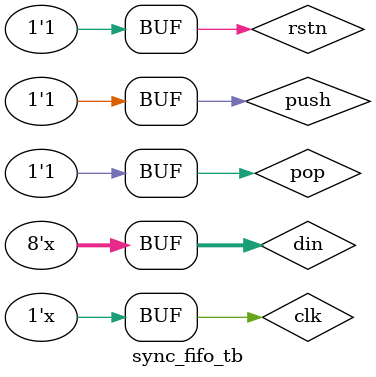
<source format=sv>
`timescale 1ns/10ps

module sync_fifo #(parameter DWIDTH=8,
		parameter FIFO_DEPTH=8)
		(input logic clk,rstn,
		input logic push,
		input logic [DWIDTH-1:0] din,
		input logic pop,
		output logic [DWIDTH-1:0] dout,
		output logic fifo_empty,fifo_full,
		output logic overflow,underflow);

	reg [DWIDTH-1:0] mem [0:FIFO_DEPTH-1];
	logic [$clog2(FIFO_DEPTH):0] rd_ptr,wt_ptr;
	logic [DWIDTH-1:0] dout_n;

	//full logic
	assign fifo_full=(rd_ptr[$clog2(FIFO_DEPTH)]!=wt_ptr[$clog2(FIFO_DEPTH)])&&(rd_ptr[$clog2(FIFO_DEPTH)-1:0]==wt_ptr[$clog2(FIFO_DEPTH)-1:0]);
	assign overflow=fifo_full&push;
	//empty logic
	assign fifo_empty=(rd_ptr==wt_ptr)?1'b1:1'b0;
	assign underflow=fifo_empty&pop;
	

	//read logic
	assign dout_n=mem[rd_ptr[$clog2(FIFO_DEPTH)-1:0]];

	always_ff@(posedge clk,negedge rstn)begin
		if(~rstn) begin
			dout<=8'd0;
			wt_ptr<=4'd0;
			rd_ptr<=4'd0;
		end else begin
			if(push & (~fifo_full)) begin
				mem[wt_ptr[$clog2(FIFO_DEPTH)-1:0]]<=din;
				wt_ptr<=wt_ptr+1'd1;
			end
			
			if(pop & (~fifo_empty)) begin
				dout<=dout_n;
				rd_ptr<=rd_ptr+1'd1;
			end
		end
	end
endmodule

module sync_fifo_tb;
logic clk,rstn,push,pop,fifo_empty,fifo_full,overflow,underflow;
logic [7:0] dout,din;

sync_fifo #(.DWIDTH(8),.FIFO_DEPTH(4)) dut (clk,rstn,push,din,pop,dout,fifo_empty,fifo_full,overflow,underflow);

always #5 clk=~clk;

initial begin
	clk<=1'b0;
	rstn<=1'b0;
	din<=8'd0;
	push<=1'b0;
	pop<=1'b0;
	#10 rstn<=1'b1;
	for (int i=0;i<5;i+=1) begin
		#10 push<=1'b1;
		din<=din+8'd1;
		#10 push<=1'b0;
		#10 push<=1'b1;
		din<=din+8'd1;
	end
	for (int i=0;i<8;i+=1) begin
		#10 pop<=1'b1;
	end	
end
endmodule
</source>
